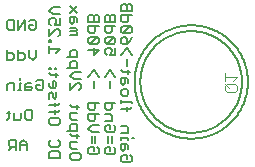
<source format=gbr>
G04 EAGLE Gerber RS-274X export*
G75*
%MOMM*%
%FSLAX34Y34*%
%LPD*%
%INSilkscreen Bottom*%
%IPPOS*%
%AMOC8*
5,1,8,0,0,1.08239X$1,22.5*%
G01*
%ADD10C,0.127000*%
%ADD11C,0.076200*%


D10*
X129970Y9057D02*
X131453Y7574D01*
X131453Y4608D01*
X129970Y3125D01*
X124038Y3125D01*
X122555Y4608D01*
X122555Y7574D01*
X124038Y9057D01*
X127004Y9057D01*
X127004Y6091D01*
X128487Y13964D02*
X128487Y16929D01*
X127004Y18412D01*
X122555Y18412D01*
X122555Y13964D01*
X124038Y12481D01*
X125521Y13964D01*
X125521Y18412D01*
X128487Y21836D02*
X128487Y23319D01*
X122555Y23319D01*
X122555Y21836D02*
X122555Y24802D01*
X131453Y23319D02*
X132936Y23319D01*
X128487Y28073D02*
X122555Y28073D01*
X128487Y28073D02*
X128487Y32521D01*
X127004Y34004D01*
X122555Y34004D01*
X122555Y48266D02*
X129970Y48266D01*
X131453Y49749D01*
X127004Y49749D02*
X127004Y46783D01*
X131453Y53020D02*
X131453Y54503D01*
X122555Y54503D01*
X122555Y53020D02*
X122555Y55986D01*
X122555Y60739D02*
X122555Y63705D01*
X124038Y65188D01*
X127004Y65188D01*
X128487Y63705D01*
X128487Y60739D01*
X127004Y59257D01*
X124038Y59257D01*
X122555Y60739D01*
X128487Y70095D02*
X128487Y73061D01*
X127004Y74543D01*
X122555Y74543D01*
X122555Y70095D01*
X124038Y68612D01*
X125521Y70095D01*
X125521Y74543D01*
X124038Y79450D02*
X129970Y79450D01*
X124038Y79450D02*
X122555Y80933D01*
X128487Y80933D02*
X128487Y77967D01*
X127004Y84204D02*
X127004Y90135D01*
X131453Y93559D02*
X127004Y99491D01*
X122555Y93559D01*
X129970Y105880D02*
X131453Y108846D01*
X129970Y105880D02*
X127004Y102914D01*
X124038Y102914D01*
X122555Y104397D01*
X122555Y107363D01*
X124038Y108846D01*
X125521Y108846D01*
X127004Y107363D01*
X127004Y102914D01*
X124038Y112269D02*
X129970Y112269D01*
X131453Y113752D01*
X131453Y116718D01*
X129970Y118201D01*
X124038Y118201D01*
X122555Y116718D01*
X122555Y113752D01*
X124038Y112269D01*
X129970Y118201D01*
X131453Y127556D02*
X122555Y127556D01*
X122555Y123107D01*
X124038Y121624D01*
X127004Y121624D01*
X128487Y123107D01*
X128487Y127556D01*
X131453Y130980D02*
X122555Y130980D01*
X131453Y130980D02*
X131453Y135428D01*
X129970Y136911D01*
X128487Y136911D01*
X127004Y135428D01*
X125521Y136911D01*
X124038Y136911D01*
X122555Y135428D01*
X122555Y130980D01*
X127004Y130980D02*
X127004Y135428D01*
X116000Y15759D02*
X117483Y14276D01*
X117483Y11310D01*
X116000Y9827D01*
X110068Y9827D01*
X108585Y11310D01*
X108585Y14276D01*
X110068Y15759D01*
X113034Y15759D01*
X113034Y12793D01*
X111551Y19183D02*
X111551Y25114D01*
X114517Y25114D02*
X114517Y19183D01*
X117483Y32987D02*
X116000Y34470D01*
X117483Y32987D02*
X117483Y30021D01*
X116000Y28538D01*
X110068Y28538D01*
X108585Y30021D01*
X108585Y32987D01*
X110068Y34470D01*
X113034Y34470D01*
X113034Y31504D01*
X114517Y37893D02*
X108585Y37893D01*
X114517Y37893D02*
X114517Y42342D01*
X113034Y43825D01*
X108585Y43825D01*
X108585Y53180D02*
X117483Y53180D01*
X108585Y53180D02*
X108585Y48731D01*
X110068Y47248D01*
X113034Y47248D01*
X114517Y48731D01*
X114517Y53180D01*
X113034Y65959D02*
X113034Y71890D01*
X117483Y75314D02*
X113034Y81246D01*
X108585Y75314D01*
X117483Y94024D02*
X117483Y99956D01*
X117483Y94024D02*
X113034Y94024D01*
X114517Y96990D01*
X114517Y98473D01*
X113034Y99956D01*
X110068Y99956D01*
X108585Y98473D01*
X108585Y95507D01*
X110068Y94024D01*
X110068Y103379D02*
X116000Y103379D01*
X117483Y104862D01*
X117483Y107828D01*
X116000Y109311D01*
X110068Y109311D01*
X108585Y107828D01*
X108585Y104862D01*
X110068Y103379D01*
X116000Y109311D01*
X117483Y118666D02*
X108585Y118666D01*
X108585Y114217D01*
X110068Y112735D01*
X113034Y112735D01*
X114517Y114217D01*
X114517Y118666D01*
X117483Y122090D02*
X108585Y122090D01*
X117483Y122090D02*
X117483Y126539D01*
X116000Y128021D01*
X114517Y128021D01*
X113034Y126539D01*
X111551Y128021D01*
X110068Y128021D01*
X108585Y126539D01*
X108585Y122090D01*
X113034Y122090D02*
X113034Y126539D01*
X102030Y15759D02*
X103513Y14276D01*
X103513Y11310D01*
X102030Y9827D01*
X96098Y9827D01*
X94615Y11310D01*
X94615Y14276D01*
X96098Y15759D01*
X99064Y15759D01*
X99064Y12793D01*
X97581Y19183D02*
X97581Y25114D01*
X100547Y25114D02*
X100547Y19183D01*
X103513Y28538D02*
X97581Y28538D01*
X94615Y31504D01*
X97581Y34470D01*
X103513Y34470D01*
X103513Y43825D02*
X94615Y43825D01*
X94615Y39376D01*
X96098Y37893D01*
X99064Y37893D01*
X100547Y39376D01*
X100547Y43825D01*
X103513Y53180D02*
X94615Y53180D01*
X94615Y48731D01*
X96098Y47248D01*
X99064Y47248D01*
X100547Y48731D01*
X100547Y53180D01*
X99064Y65959D02*
X99064Y71890D01*
X103513Y75314D02*
X99064Y81246D01*
X94615Y75314D01*
X94615Y98473D02*
X103513Y98473D01*
X99064Y94024D01*
X99064Y99956D01*
X96098Y103379D02*
X102030Y103379D01*
X103513Y104862D01*
X103513Y107828D01*
X102030Y109311D01*
X96098Y109311D01*
X94615Y107828D01*
X94615Y104862D01*
X96098Y103379D01*
X102030Y109311D01*
X103513Y118666D02*
X94615Y118666D01*
X94615Y114217D01*
X96098Y112735D01*
X99064Y112735D01*
X100547Y114217D01*
X100547Y118666D01*
X103513Y122090D02*
X94615Y122090D01*
X103513Y122090D02*
X103513Y126539D01*
X102030Y128021D01*
X100547Y128021D01*
X99064Y126539D01*
X97581Y128021D01*
X96098Y128021D01*
X94615Y126539D01*
X94615Y122090D01*
X99064Y122090D02*
X99064Y126539D01*
X88273Y9423D02*
X88273Y6457D01*
X86790Y4974D01*
X80858Y4974D01*
X79375Y6457D01*
X79375Y9423D01*
X80858Y10906D01*
X86790Y10906D01*
X88273Y9423D01*
X85307Y14329D02*
X80858Y14329D01*
X79375Y15812D01*
X79375Y20261D01*
X85307Y20261D01*
X86790Y25167D02*
X80858Y25167D01*
X79375Y26650D01*
X85307Y26650D02*
X85307Y23684D01*
X85307Y29921D02*
X76409Y29921D01*
X85307Y29921D02*
X85307Y34370D01*
X83824Y35853D01*
X80858Y35853D01*
X79375Y34370D01*
X79375Y29921D01*
X80858Y39276D02*
X85307Y39276D01*
X80858Y39276D02*
X79375Y40759D01*
X79375Y45208D01*
X85307Y45208D01*
X86790Y50114D02*
X80858Y50114D01*
X79375Y51597D01*
X85307Y51597D02*
X85307Y48631D01*
X79375Y64223D02*
X79375Y70155D01*
X79375Y64223D02*
X85307Y70155D01*
X86790Y70155D01*
X88273Y68672D01*
X88273Y65706D01*
X86790Y64223D01*
X88273Y73579D02*
X82341Y73579D01*
X79375Y76544D01*
X82341Y79510D01*
X88273Y79510D01*
X85307Y82934D02*
X76409Y82934D01*
X85307Y82934D02*
X85307Y87383D01*
X83824Y88865D01*
X80858Y88865D01*
X79375Y87383D01*
X79375Y82934D01*
X76409Y92289D02*
X85307Y92289D01*
X85307Y96738D01*
X83824Y98221D01*
X80858Y98221D01*
X79375Y96738D01*
X79375Y92289D01*
X79375Y110999D02*
X85307Y110999D01*
X85307Y112482D01*
X83824Y113965D01*
X79375Y113965D01*
X83824Y113965D02*
X85307Y115448D01*
X83824Y116931D01*
X79375Y116931D01*
X85307Y121837D02*
X85307Y124803D01*
X83824Y126286D01*
X79375Y126286D01*
X79375Y121837D01*
X80858Y120355D01*
X82341Y121837D01*
X82341Y126286D01*
X85307Y129710D02*
X79375Y135641D01*
X79375Y129710D02*
X85307Y135641D01*
X70493Y6822D02*
X61595Y6822D01*
X61595Y11271D01*
X63078Y12754D01*
X69010Y12754D01*
X70493Y11271D01*
X70493Y6822D01*
X70493Y20626D02*
X69010Y22109D01*
X70493Y20626D02*
X70493Y17660D01*
X69010Y16177D01*
X63078Y16177D01*
X61595Y17660D01*
X61595Y20626D01*
X63078Y22109D01*
X70493Y36371D02*
X70493Y39337D01*
X70493Y36371D02*
X69010Y34888D01*
X63078Y34888D01*
X61595Y36371D01*
X61595Y39337D01*
X63078Y40820D01*
X69010Y40820D01*
X70493Y39337D01*
X69010Y45726D02*
X61595Y45726D01*
X69010Y45726D02*
X70493Y47209D01*
X66044Y47209D02*
X66044Y44243D01*
X69010Y51963D02*
X61595Y51963D01*
X69010Y51963D02*
X70493Y53446D01*
X66044Y53446D02*
X66044Y50480D01*
X61595Y56717D02*
X61595Y61165D01*
X63078Y62648D01*
X64561Y61165D01*
X64561Y58200D01*
X66044Y56717D01*
X67527Y58200D01*
X67527Y62648D01*
X61595Y67555D02*
X61595Y70521D01*
X61595Y67555D02*
X63078Y66072D01*
X66044Y66072D01*
X67527Y67555D01*
X67527Y70521D01*
X66044Y72004D01*
X64561Y72004D01*
X64561Y66072D01*
X63078Y76910D02*
X69010Y76910D01*
X63078Y76910D02*
X61595Y78393D01*
X67527Y78393D02*
X67527Y75427D01*
X67527Y81664D02*
X67527Y83147D01*
X66044Y83147D01*
X66044Y81664D01*
X67527Y81664D01*
X63078Y81664D02*
X63078Y83147D01*
X61595Y83147D01*
X61595Y81664D01*
X63078Y81664D01*
X67527Y95697D02*
X70493Y98662D01*
X61595Y98662D01*
X61595Y95697D02*
X61595Y101628D01*
X61595Y105052D02*
X63078Y105052D01*
X63078Y106535D01*
X61595Y106535D01*
X61595Y105052D01*
X61595Y109729D02*
X61595Y115661D01*
X61595Y109729D02*
X67527Y115661D01*
X69010Y115661D01*
X70493Y114178D01*
X70493Y111212D01*
X69010Y109729D01*
X70493Y119085D02*
X70493Y125016D01*
X70493Y119085D02*
X66044Y119085D01*
X67527Y122050D01*
X67527Y123533D01*
X66044Y125016D01*
X63078Y125016D01*
X61595Y123533D01*
X61595Y120567D01*
X63078Y119085D01*
X64561Y128440D02*
X70493Y128440D01*
X64561Y128440D02*
X61595Y131406D01*
X64561Y134371D01*
X70493Y134371D01*
X45842Y123833D02*
X44359Y122350D01*
X45842Y123833D02*
X48808Y123833D01*
X50291Y122350D01*
X50291Y116418D01*
X48808Y114935D01*
X45842Y114935D01*
X44359Y116418D01*
X44359Y119384D01*
X47325Y119384D01*
X40935Y114935D02*
X40935Y123833D01*
X35004Y114935D01*
X35004Y123833D01*
X31580Y123833D02*
X31580Y114935D01*
X27131Y114935D01*
X25648Y116418D01*
X25648Y122350D01*
X27131Y123833D01*
X31580Y123833D01*
X50291Y98433D02*
X50291Y92501D01*
X47325Y89535D01*
X44359Y92501D01*
X44359Y98433D01*
X35004Y98433D02*
X35004Y89535D01*
X39452Y89535D01*
X40935Y91018D01*
X40935Y93984D01*
X39452Y95467D01*
X35004Y95467D01*
X25648Y98433D02*
X25648Y89535D01*
X30097Y89535D01*
X31580Y91018D01*
X31580Y93984D01*
X30097Y95467D01*
X25648Y95467D01*
X50596Y71550D02*
X52079Y73033D01*
X55044Y73033D01*
X56527Y71550D01*
X56527Y65618D01*
X55044Y64135D01*
X52079Y64135D01*
X50596Y65618D01*
X50596Y68584D01*
X53562Y68584D01*
X45689Y70067D02*
X42723Y70067D01*
X41240Y68584D01*
X41240Y64135D01*
X45689Y64135D01*
X47172Y65618D01*
X45689Y67101D01*
X41240Y67101D01*
X37817Y70067D02*
X36334Y70067D01*
X36334Y64135D01*
X37817Y64135D02*
X34851Y64135D01*
X36334Y73033D02*
X36334Y74516D01*
X31580Y70067D02*
X31580Y64135D01*
X31580Y70067D02*
X27131Y70067D01*
X25649Y68584D01*
X25649Y64135D01*
X42723Y47633D02*
X45689Y47633D01*
X47172Y46150D01*
X47172Y40218D01*
X45689Y38735D01*
X42723Y38735D01*
X41240Y40218D01*
X41240Y46150D01*
X42723Y47633D01*
X37817Y44667D02*
X37817Y40218D01*
X36334Y38735D01*
X31885Y38735D01*
X31885Y44667D01*
X26979Y46150D02*
X26979Y40218D01*
X25496Y38735D01*
X25496Y44667D02*
X28462Y44667D01*
X42205Y19267D02*
X42205Y13335D01*
X42205Y19267D02*
X39240Y22233D01*
X36274Y19267D01*
X36274Y13335D01*
X36274Y17784D02*
X42205Y17784D01*
X32850Y13335D02*
X32850Y22233D01*
X28401Y22233D01*
X26918Y20750D01*
X26918Y17784D01*
X28401Y16301D01*
X32850Y16301D01*
X29884Y16301D02*
X26918Y13335D01*
X133600Y71120D02*
X133614Y72298D01*
X133658Y73476D01*
X133730Y74652D01*
X133831Y75826D01*
X133961Y76997D01*
X134120Y78165D01*
X134307Y79328D01*
X134522Y80486D01*
X134767Y81639D01*
X135039Y82785D01*
X135339Y83925D01*
X135667Y85057D01*
X136023Y86180D01*
X136406Y87294D01*
X136817Y88399D01*
X137255Y89493D01*
X137719Y90576D01*
X138209Y91647D01*
X138726Y92706D01*
X139269Y93752D01*
X139837Y94784D01*
X140430Y95802D01*
X141049Y96805D01*
X141691Y97793D01*
X142358Y98765D01*
X143048Y99720D01*
X143761Y100657D01*
X144498Y101577D01*
X145256Y102479D01*
X146037Y103362D01*
X146839Y104225D01*
X147662Y105068D01*
X148505Y105891D01*
X149368Y106693D01*
X150251Y107474D01*
X151153Y108232D01*
X152073Y108969D01*
X153010Y109682D01*
X153965Y110372D01*
X154937Y111039D01*
X155925Y111681D01*
X156928Y112300D01*
X157946Y112893D01*
X158978Y113461D01*
X160024Y114004D01*
X161083Y114521D01*
X162154Y115011D01*
X163237Y115475D01*
X164331Y115913D01*
X165436Y116324D01*
X166550Y116707D01*
X167673Y117063D01*
X168805Y117391D01*
X169945Y117691D01*
X171091Y117963D01*
X172244Y118208D01*
X173402Y118423D01*
X174565Y118610D01*
X175733Y118769D01*
X176904Y118899D01*
X178078Y119000D01*
X179254Y119072D01*
X180432Y119116D01*
X181610Y119130D01*
X182788Y119116D01*
X183966Y119072D01*
X185142Y119000D01*
X186316Y118899D01*
X187487Y118769D01*
X188655Y118610D01*
X189818Y118423D01*
X190976Y118208D01*
X192129Y117963D01*
X193275Y117691D01*
X194415Y117391D01*
X195547Y117063D01*
X196670Y116707D01*
X197784Y116324D01*
X198889Y115913D01*
X199983Y115475D01*
X201066Y115011D01*
X202137Y114521D01*
X203196Y114004D01*
X204242Y113461D01*
X205274Y112893D01*
X206292Y112300D01*
X207295Y111681D01*
X208283Y111039D01*
X209255Y110372D01*
X210210Y109682D01*
X211147Y108969D01*
X212067Y108232D01*
X212969Y107474D01*
X213852Y106693D01*
X214715Y105891D01*
X215558Y105068D01*
X216381Y104225D01*
X217183Y103362D01*
X217964Y102479D01*
X218722Y101577D01*
X219459Y100657D01*
X220172Y99720D01*
X220862Y98765D01*
X221529Y97793D01*
X222171Y96805D01*
X222790Y95802D01*
X223383Y94784D01*
X223951Y93752D01*
X224494Y92706D01*
X225011Y91647D01*
X225501Y90576D01*
X225965Y89493D01*
X226403Y88399D01*
X226814Y87294D01*
X227197Y86180D01*
X227553Y85057D01*
X227881Y83925D01*
X228181Y82785D01*
X228453Y81639D01*
X228698Y80486D01*
X228913Y79328D01*
X229100Y78165D01*
X229259Y76997D01*
X229389Y75826D01*
X229490Y74652D01*
X229562Y73476D01*
X229606Y72298D01*
X229620Y71120D01*
X229606Y69942D01*
X229562Y68764D01*
X229490Y67588D01*
X229389Y66414D01*
X229259Y65243D01*
X229100Y64075D01*
X228913Y62912D01*
X228698Y61754D01*
X228453Y60601D01*
X228181Y59455D01*
X227881Y58315D01*
X227553Y57183D01*
X227197Y56060D01*
X226814Y54946D01*
X226403Y53841D01*
X225965Y52747D01*
X225501Y51664D01*
X225011Y50593D01*
X224494Y49534D01*
X223951Y48488D01*
X223383Y47456D01*
X222790Y46438D01*
X222171Y45435D01*
X221529Y44447D01*
X220862Y43475D01*
X220172Y42520D01*
X219459Y41583D01*
X218722Y40663D01*
X217964Y39761D01*
X217183Y38878D01*
X216381Y38015D01*
X215558Y37172D01*
X214715Y36349D01*
X213852Y35547D01*
X212969Y34766D01*
X212067Y34008D01*
X211147Y33271D01*
X210210Y32558D01*
X209255Y31868D01*
X208283Y31201D01*
X207295Y30559D01*
X206292Y29940D01*
X205274Y29347D01*
X204242Y28779D01*
X203196Y28236D01*
X202137Y27719D01*
X201066Y27229D01*
X199983Y26765D01*
X198889Y26327D01*
X197784Y25916D01*
X196670Y25533D01*
X195547Y25177D01*
X194415Y24849D01*
X193275Y24549D01*
X192129Y24277D01*
X190976Y24032D01*
X189818Y23817D01*
X188655Y23630D01*
X187487Y23471D01*
X186316Y23341D01*
X185142Y23240D01*
X183966Y23168D01*
X182788Y23124D01*
X181610Y23110D01*
X180432Y23124D01*
X179254Y23168D01*
X178078Y23240D01*
X176904Y23341D01*
X175733Y23471D01*
X174565Y23630D01*
X173402Y23817D01*
X172244Y24032D01*
X171091Y24277D01*
X169945Y24549D01*
X168805Y24849D01*
X167673Y25177D01*
X166550Y25533D01*
X165436Y25916D01*
X164331Y26327D01*
X163237Y26765D01*
X162154Y27229D01*
X161083Y27719D01*
X160024Y28236D01*
X158978Y28779D01*
X157946Y29347D01*
X156928Y29940D01*
X155925Y30559D01*
X154937Y31201D01*
X153965Y31868D01*
X153010Y32558D01*
X152073Y33271D01*
X151153Y34008D01*
X150251Y34766D01*
X149368Y35547D01*
X148505Y36349D01*
X147662Y37172D01*
X146839Y38015D01*
X146037Y38878D01*
X145256Y39761D01*
X144498Y40663D01*
X143761Y41583D01*
X143048Y42520D01*
X142358Y43475D01*
X141691Y44447D01*
X141049Y45435D01*
X140430Y46438D01*
X139837Y47456D01*
X139269Y48488D01*
X138726Y49534D01*
X138209Y50593D01*
X137719Y51664D01*
X137255Y52747D01*
X136817Y53841D01*
X136406Y54946D01*
X136023Y56060D01*
X135667Y57183D01*
X135339Y58315D01*
X135039Y59455D01*
X134767Y60601D01*
X134522Y61754D01*
X134307Y62912D01*
X134120Y64075D01*
X133961Y65243D01*
X133831Y66414D01*
X133730Y67588D01*
X133658Y68764D01*
X133614Y69942D01*
X133600Y71120D01*
X138610Y71120D02*
X138623Y72175D01*
X138662Y73230D01*
X138727Y74283D01*
X138817Y75335D01*
X138933Y76384D01*
X139075Y77429D01*
X139243Y78471D01*
X139436Y79509D01*
X139655Y80541D01*
X139899Y81568D01*
X140168Y82589D01*
X140462Y83602D01*
X140780Y84608D01*
X141124Y85606D01*
X141491Y86595D01*
X141883Y87575D01*
X142299Y88545D01*
X142738Y89505D01*
X143201Y90453D01*
X143687Y91390D01*
X144196Y92315D01*
X144728Y93226D01*
X145281Y94125D01*
X145857Y95010D01*
X146454Y95880D01*
X147072Y96735D01*
X147711Y97575D01*
X148371Y98399D01*
X149050Y99206D01*
X149749Y99997D01*
X150467Y100770D01*
X151204Y101526D01*
X151960Y102263D01*
X152733Y102981D01*
X153524Y103680D01*
X154331Y104359D01*
X155155Y105019D01*
X155995Y105658D01*
X156850Y106276D01*
X157720Y106873D01*
X158605Y107449D01*
X159504Y108002D01*
X160415Y108534D01*
X161340Y109043D01*
X162277Y109529D01*
X163225Y109992D01*
X164185Y110431D01*
X165155Y110847D01*
X166135Y111239D01*
X167124Y111606D01*
X168122Y111950D01*
X169128Y112268D01*
X170141Y112562D01*
X171162Y112831D01*
X172189Y113075D01*
X173221Y113294D01*
X174259Y113487D01*
X175301Y113655D01*
X176346Y113797D01*
X177395Y113913D01*
X178447Y114003D01*
X179500Y114068D01*
X180555Y114107D01*
X181610Y114120D01*
X182665Y114107D01*
X183720Y114068D01*
X184773Y114003D01*
X185825Y113913D01*
X186874Y113797D01*
X187919Y113655D01*
X188961Y113487D01*
X189999Y113294D01*
X191031Y113075D01*
X192058Y112831D01*
X193079Y112562D01*
X194092Y112268D01*
X195098Y111950D01*
X196096Y111606D01*
X197085Y111239D01*
X198065Y110847D01*
X199035Y110431D01*
X199995Y109992D01*
X200943Y109529D01*
X201880Y109043D01*
X202805Y108534D01*
X203716Y108002D01*
X204615Y107449D01*
X205500Y106873D01*
X206370Y106276D01*
X207225Y105658D01*
X208065Y105019D01*
X208889Y104359D01*
X209696Y103680D01*
X210487Y102981D01*
X211260Y102263D01*
X212016Y101526D01*
X212753Y100770D01*
X213471Y99997D01*
X214170Y99206D01*
X214849Y98399D01*
X215509Y97575D01*
X216148Y96735D01*
X216766Y95880D01*
X217363Y95010D01*
X217939Y94125D01*
X218492Y93226D01*
X219024Y92315D01*
X219533Y91390D01*
X220019Y90453D01*
X220482Y89505D01*
X220921Y88545D01*
X221337Y87575D01*
X221729Y86595D01*
X222096Y85606D01*
X222440Y84608D01*
X222758Y83602D01*
X223052Y82589D01*
X223321Y81568D01*
X223565Y80541D01*
X223784Y79509D01*
X223977Y78471D01*
X224145Y77429D01*
X224287Y76384D01*
X224403Y75335D01*
X224493Y74283D01*
X224558Y73230D01*
X224597Y72175D01*
X224610Y71120D01*
X224597Y70065D01*
X224558Y69010D01*
X224493Y67957D01*
X224403Y66905D01*
X224287Y65856D01*
X224145Y64811D01*
X223977Y63769D01*
X223784Y62731D01*
X223565Y61699D01*
X223321Y60672D01*
X223052Y59651D01*
X222758Y58638D01*
X222440Y57632D01*
X222096Y56634D01*
X221729Y55645D01*
X221337Y54665D01*
X220921Y53695D01*
X220482Y52735D01*
X220019Y51787D01*
X219533Y50850D01*
X219024Y49925D01*
X218492Y49014D01*
X217939Y48115D01*
X217363Y47230D01*
X216766Y46360D01*
X216148Y45505D01*
X215509Y44665D01*
X214849Y43841D01*
X214170Y43034D01*
X213471Y42243D01*
X212753Y41470D01*
X212016Y40714D01*
X211260Y39977D01*
X210487Y39259D01*
X209696Y38560D01*
X208889Y37881D01*
X208065Y37221D01*
X207225Y36582D01*
X206370Y35964D01*
X205500Y35367D01*
X204615Y34791D01*
X203716Y34238D01*
X202805Y33706D01*
X201880Y33197D01*
X200943Y32711D01*
X199995Y32248D01*
X199035Y31809D01*
X198065Y31393D01*
X197085Y31001D01*
X196096Y30634D01*
X195098Y30290D01*
X194092Y29972D01*
X193079Y29678D01*
X192058Y29409D01*
X191031Y29165D01*
X189999Y28946D01*
X188961Y28753D01*
X187919Y28585D01*
X186874Y28443D01*
X185825Y28327D01*
X184773Y28237D01*
X183720Y28172D01*
X182665Y28133D01*
X181610Y28120D01*
X180555Y28133D01*
X179500Y28172D01*
X178447Y28237D01*
X177395Y28327D01*
X176346Y28443D01*
X175301Y28585D01*
X174259Y28753D01*
X173221Y28946D01*
X172189Y29165D01*
X171162Y29409D01*
X170141Y29678D01*
X169128Y29972D01*
X168122Y30290D01*
X167124Y30634D01*
X166135Y31001D01*
X165155Y31393D01*
X164185Y31809D01*
X163225Y32248D01*
X162277Y32711D01*
X161340Y33197D01*
X160415Y33706D01*
X159504Y34238D01*
X158605Y34791D01*
X157720Y35367D01*
X156850Y35964D01*
X155995Y36582D01*
X155155Y37221D01*
X154331Y37881D01*
X153524Y38560D01*
X152733Y39259D01*
X151960Y39977D01*
X151204Y40714D01*
X150467Y41470D01*
X149749Y42243D01*
X149050Y43034D01*
X148371Y43841D01*
X147711Y44665D01*
X147072Y45505D01*
X146454Y46360D01*
X145857Y47230D01*
X145281Y48115D01*
X144728Y49014D01*
X144196Y49925D01*
X143687Y50850D01*
X143201Y51787D01*
X142738Y52735D01*
X142299Y53695D01*
X141883Y54665D01*
X141491Y55645D01*
X141124Y56634D01*
X140780Y57632D01*
X140462Y58638D01*
X140168Y59651D01*
X139899Y60672D01*
X139655Y61699D01*
X139436Y62731D01*
X139243Y63769D01*
X139075Y64811D01*
X138933Y65856D01*
X138817Y66905D01*
X138727Y67957D01*
X138662Y69010D01*
X138623Y70065D01*
X138610Y71120D01*
D11*
X212159Y62751D02*
X218429Y62751D01*
X219997Y64319D01*
X219997Y67454D01*
X218429Y69022D01*
X212159Y69022D01*
X210591Y67454D01*
X210591Y64319D01*
X212159Y62751D01*
X213726Y65886D02*
X210591Y69022D01*
X216862Y72106D02*
X219997Y75242D01*
X210591Y75242D01*
X210591Y78377D02*
X210591Y72106D01*
M02*

</source>
